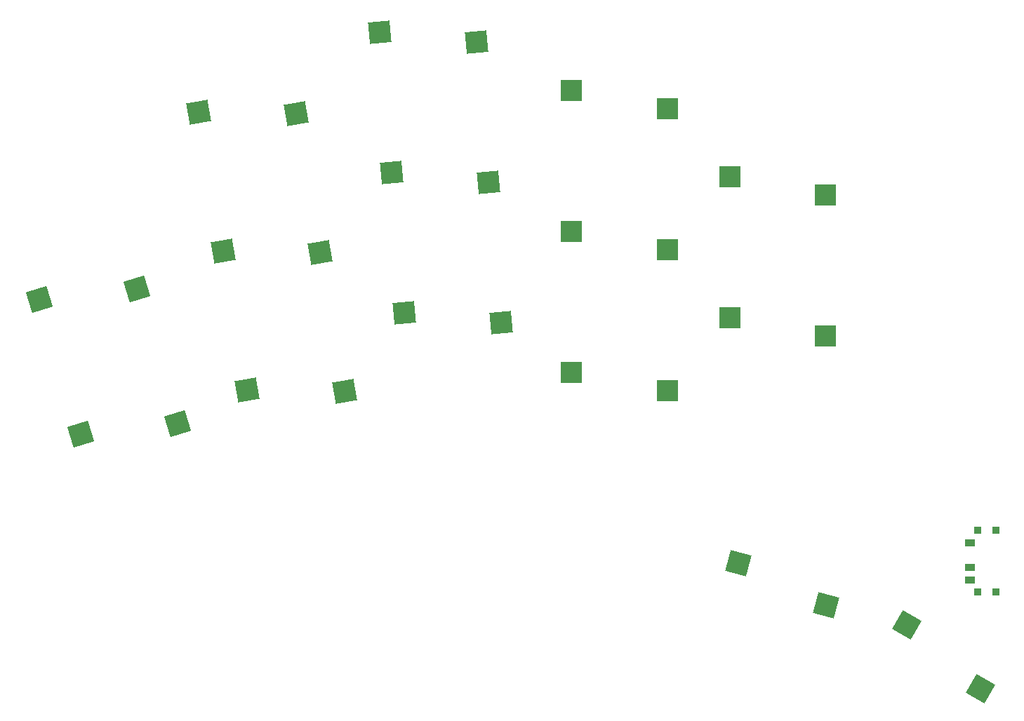
<source format=gbp>
%TF.GenerationSoftware,KiCad,Pcbnew,(6.0.4)*%
%TF.CreationDate,2022-05-01T21:27:57+02:00*%
%TF.ProjectId,battamini_reversable,62617474-616d-4696-9e69-5f7265766572,v1.0.0*%
%TF.SameCoordinates,Original*%
%TF.FileFunction,Paste,Bot*%
%TF.FilePolarity,Positive*%
%FSLAX46Y46*%
G04 Gerber Fmt 4.6, Leading zero omitted, Abs format (unit mm)*
G04 Created by KiCad (PCBNEW (6.0.4)) date 2022-05-01 21:27:57*
%MOMM*%
%LPD*%
G01*
G04 APERTURE LIST*
G04 Aperture macros list*
%AMRotRect*
0 Rectangle, with rotation*
0 The origin of the aperture is its center*
0 $1 length*
0 $2 width*
0 $3 Rotation angle, in degrees counterclockwise*
0 Add horizontal line*
21,1,$1,$2,0,0,$3*%
G04 Aperture macros list end*
%ADD10RotRect,2.600000X2.600000X10.000000*%
%ADD11RotRect,2.600000X2.600000X5.000000*%
%ADD12R,2.600000X2.600000*%
%ADD13RotRect,2.600000X2.600000X330.000000*%
%ADD14R,0.900000X0.900000*%
%ADD15R,1.250000X0.900000*%
%ADD16RotRect,2.600000X2.600000X17.000000*%
%ADD17RotRect,2.600000X2.600000X345.000000*%
G04 APERTURE END LIST*
D10*
%TO.C,S11*%
X67128658Y110035975D03*
X78885213Y109875035D03*
%TD*%
D11*
%TO.C,S15*%
X90440529Y102756090D03*
X102138320Y101571111D03*
%TD*%
D12*
%TO.C,S21*%
X112136087Y95636017D03*
X123686087Y93436017D03*
%TD*%
%TO.C,S29*%
X131242334Y102260985D03*
X142792334Y100060985D03*
%TD*%
D13*
%TO.C,S33*%
X152567412Y48150564D03*
X161470005Y40470308D03*
%TD*%
D10*
%TO.C,S7*%
X73032696Y76552511D03*
X84789251Y76391571D03*
%TD*%
D14*
%TO.C,T2*%
X163342148Y52149495D03*
X163342148Y59549495D03*
X161142148Y52149495D03*
X161142148Y59549495D03*
D15*
X160167148Y58099495D03*
X160167148Y55099495D03*
X160167148Y53599495D03*
%TD*%
D16*
%TO.C,S5*%
X47970749Y87462459D03*
X59659287Y88735482D03*
%TD*%
D12*
%TO.C,S27*%
X131242334Y85260985D03*
X142792334Y83060985D03*
%TD*%
D10*
%TO.C,S9*%
X70080677Y93294243D03*
X81837232Y93133303D03*
%TD*%
D11*
%TO.C,S13*%
X91922177Y85820780D03*
X103619968Y84635801D03*
%TD*%
%TO.C,S17*%
X88958882Y119691400D03*
X100656673Y118506421D03*
%TD*%
D17*
%TO.C,S31*%
X132267612Y55633629D03*
X142854654Y50519232D03*
%TD*%
D16*
%TO.C,S3*%
X52941068Y71205278D03*
X64629606Y72478301D03*
%TD*%
D12*
%TO.C,S23*%
X112136087Y112636017D03*
X123686087Y110436017D03*
%TD*%
%TO.C,S19*%
X112136087Y78636017D03*
X123686087Y76436017D03*
%TD*%
M02*

</source>
